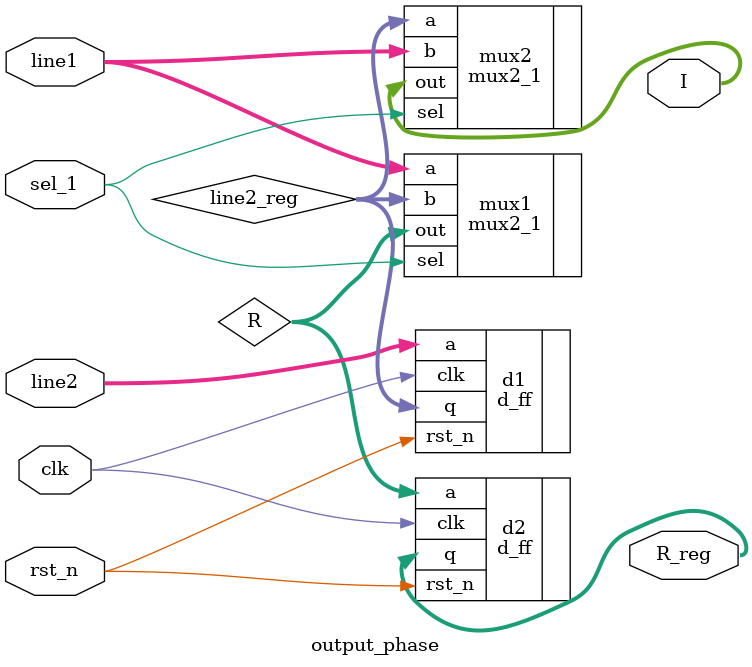
<source format=v>
module output_phase #(
    parameter width = 12 // Default width parameter
) (
    input signed [width-1:0] line1, line2,
    input clk, rst_n,sel_1,
    output signed [width-1:0]  I,
    output signed [width-1:0]  R_reg
);
    wire signed [width-1:0] line2_reg, R;
    d_ff #(
        .width(width),
        .reset_value(0)
    ) d1 (
        .a(line2), 
        .clk(clk),
        .rst_n(rst_n),
        .q(line2_reg)
    );
    mux2_1 #(
        .width(width)
    ) mux1 (
        .a(line1),
        .b(line2_reg),
        .sel(sel_1),
        .out(R)
    );
    mux2_1 #(
        .width(width)
    ) mux2 (
        .a(line2_reg),
        .b(line1),
        .sel(sel_1),
        .out(I)
    );
    d_ff #(
        .width(width),
        .reset_value(0)
    ) d2 (
        .a(R), 
        .clk(clk),
        .rst_n(rst_n),
        .q(R_reg)
    );
    
endmodule
</source>
